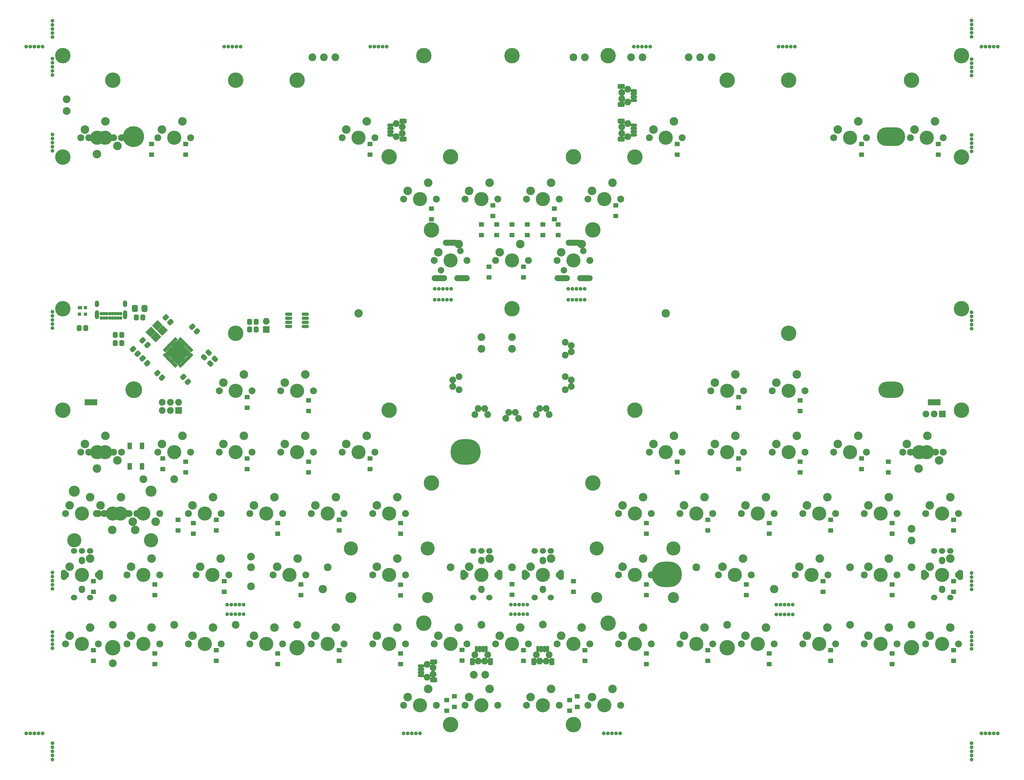
<source format=gbs>
G04 #@! TF.GenerationSoftware,KiCad,Pcbnew,(6.0.10-0)*
G04 #@! TF.CreationDate,2023-02-15T16:38:13+09:00*
G04 #@! TF.ProjectId,Sandy,53616e64-792e-46b6-9963-61645f706362,v.0*
G04 #@! TF.SameCoordinates,Original*
G04 #@! TF.FileFunction,Soldermask,Bot*
G04 #@! TF.FilePolarity,Negative*
%FSLAX46Y46*%
G04 Gerber Fmt 4.6, Leading zero omitted, Abs format (unit mm)*
G04 Created by KiCad (PCBNEW (6.0.10-0)) date 2023-02-15 16:38:13*
%MOMM*%
%LPD*%
G01*
G04 APERTURE LIST*
G04 Aperture macros list*
%AMRoundRect*
0 Rectangle with rounded corners*
0 $1 Rounding radius*
0 $2 $3 $4 $5 $6 $7 $8 $9 X,Y pos of 4 corners*
0 Add a 4 corners polygon primitive as box body*
4,1,4,$2,$3,$4,$5,$6,$7,$8,$9,$2,$3,0*
0 Add four circle primitives for the rounded corners*
1,1,$1+$1,$2,$3*
1,1,$1+$1,$4,$5*
1,1,$1+$1,$6,$7*
1,1,$1+$1,$8,$9*
0 Add four rect primitives between the rounded corners*
20,1,$1+$1,$2,$3,$4,$5,0*
20,1,$1+$1,$4,$5,$6,$7,0*
20,1,$1+$1,$6,$7,$8,$9,0*
20,1,$1+$1,$8,$9,$2,$3,0*%
G04 Aperture macros list end*
%ADD10C,1.187400*%
%ADD11C,6.496000*%
%ADD12O,5.600000X2.800000*%
%ADD13O,9.400000X7.900000*%
%ADD14O,8.781998X5.734000*%
%ADD15C,1.400000*%
%ADD16O,7.800000X5.000000*%
%ADD17C,5.200000*%
%ADD18C,2.150000*%
%ADD19C,4.387800*%
%ADD20C,2.650000*%
%ADD21C,3.448000*%
%ADD22O,1.900000X3.200000*%
%ADD23C,2.500000*%
%ADD24O,2.000000X2.300000*%
%ADD25O,2.000000X1.700000*%
%ADD26C,2.000000*%
%ADD27O,4.800000X1.850000*%
%ADD28O,2.100000X2.100000*%
%ADD29C,4.800000*%
%ADD30RoundRect,0.449999X-0.325001X-0.450001X0.325001X-0.450001X0.325001X0.450001X-0.325001X0.450001X0*%
%ADD31RoundRect,0.200000X-0.500000X-0.750000X0.500000X-0.750000X0.500000X0.750000X-0.500000X0.750000X0*%
%ADD32RoundRect,0.449999X0.325001X0.450001X-0.325001X0.450001X-0.325001X-0.450001X0.325001X-0.450001X0*%
%ADD33RoundRect,0.449999X0.548009X0.088388X0.088388X0.548009X-0.548009X-0.088388X-0.088388X-0.548009X0*%
%ADD34RoundRect,0.200000X-0.850000X-0.850000X0.850000X-0.850000X0.850000X0.850000X-0.850000X0.850000X0*%
%ADD35C,2.400000*%
%ADD36RoundRect,0.449999X-0.548009X-0.088388X-0.088388X-0.548009X0.548009X0.088388X0.088388X0.548009X0*%
%ADD37RoundRect,0.200000X0.106066X1.378858X-1.378858X-0.106066X-0.106066X-1.378858X1.378858X0.106066X0*%
%ADD38RoundRect,0.449999X0.088388X-0.548009X0.548009X-0.088388X-0.088388X0.548009X-0.548009X0.088388X0*%
%ADD39RoundRect,0.200000X0.850000X-0.850000X0.850000X0.850000X-0.850000X0.850000X-0.850000X-0.850000X0*%
%ADD40C,2.600000*%
%ADD41RoundRect,0.450001X0.462499X0.624999X-0.462499X0.624999X-0.462499X-0.624999X0.462499X-0.624999X0*%
%ADD42RoundRect,0.200000X-0.500000X0.350000X-0.500000X-0.350000X0.500000X-0.350000X0.500000X0.350000X0*%
%ADD43RoundRect,0.200000X-0.300000X0.350000X-0.300000X-0.350000X0.300000X-0.350000X0.300000X0.350000X0*%
%ADD44RoundRect,0.200000X-0.500000X0.850000X-0.500000X-0.850000X0.500000X-0.850000X0.500000X0.850000X0*%
%ADD45RoundRect,0.350000X0.725000X0.150000X-0.725000X0.150000X-0.725000X-0.150000X0.725000X-0.150000X0*%
%ADD46RoundRect,0.450000X-0.350000X-0.450000X0.350000X-0.450000X0.350000X0.450000X-0.350000X0.450000X0*%
%ADD47C,1.100000*%
%ADD48O,1.300000X2.800000*%
%ADD49O,1.300000X2.100000*%
%ADD50RoundRect,0.200000X-0.159099X-0.335876X0.335876X0.159099X0.159099X0.335876X-0.335876X-0.159099X0*%
%ADD51RoundRect,0.200000X-0.335876X0.159099X0.159099X-0.335876X0.335876X-0.159099X-0.159099X0.335876X0*%
%ADD52RoundRect,0.200000X0.000000X-0.910400X0.910400X0.000000X0.000000X0.910400X-0.910400X0.000000X0*%
%ADD53RoundRect,0.200000X0.600000X-0.450000X0.600000X0.450000X-0.600000X0.450000X-0.600000X-0.450000X0*%
%ADD54RoundRect,0.350000X0.150000X0.625000X-0.150000X0.625000X-0.150000X-0.625000X0.150000X-0.625000X0*%
%ADD55RoundRect,0.450000X0.350000X0.650000X-0.350000X0.650000X-0.350000X-0.650000X0.350000X-0.650000X0*%
%ADD56RoundRect,0.350000X-0.625000X0.150000X-0.625000X-0.150000X0.625000X-0.150000X0.625000X0.150000X0*%
%ADD57RoundRect,0.450000X-0.650000X0.350000X-0.650000X-0.350000X0.650000X-0.350000X0.650000X0.350000X0*%
%ADD58RoundRect,0.200000X-0.600000X0.450000X-0.600000X-0.450000X0.600000X-0.450000X0.600000X0.450000X0*%
%ADD59RoundRect,0.350000X0.625000X-0.150000X0.625000X0.150000X-0.625000X0.150000X-0.625000X-0.150000X0*%
%ADD60RoundRect,0.450000X0.650000X-0.350000X0.650000X0.350000X-0.650000X0.350000X-0.650000X-0.350000X0*%
G04 APERTURE END LIST*
D10*
X18396399Y-234562740D03*
X306408435Y-189821365D03*
X251632810Y-21350240D03*
X21422649Y-184590151D03*
X21422649Y-238838990D03*
X142470935Y-99931490D03*
D11*
X46585435Y-49244280D03*
D12*
X281458435Y-127831490D03*
D10*
X13316399Y-234562740D03*
X77227185Y-21350240D03*
X132861560Y-234562740D03*
X75647185Y-194529383D03*
X306408435Y-29007615D03*
X306408435Y-240108990D03*
X21422649Y-18333990D03*
X21422649Y-185860151D03*
X186444685Y-99931490D03*
X163584685Y-197571147D03*
X121206560Y-21350240D03*
X145010935Y-99931490D03*
X134131560Y-234562740D03*
X204232810Y-21350240D03*
X17136399Y-21350240D03*
X21422649Y-204338651D03*
X17126399Y-234562740D03*
X306408435Y-203219865D03*
X306408435Y-188551365D03*
X21422649Y-206878651D03*
X205502810Y-21350240D03*
X131591560Y-234562740D03*
X135401560Y-234562740D03*
X306408435Y-107588865D03*
X306408435Y-52581990D03*
X245848435Y-194531490D03*
X21422649Y-103627651D03*
X192343435Y-234562740D03*
X247118435Y-197573254D03*
X306408435Y-50041990D03*
X122476560Y-21350240D03*
X142470935Y-96496026D03*
X13326399Y-21350240D03*
D13*
X211909602Y-185186946D03*
D10*
X248388435Y-197573254D03*
X75647185Y-197571147D03*
X194883435Y-234562740D03*
X202962810Y-21350240D03*
X80727185Y-197571147D03*
X306408435Y-48771990D03*
X183904685Y-99931490D03*
X306408435Y-186011365D03*
X80727185Y-194529383D03*
X141200935Y-99931490D03*
X21422649Y-53700776D03*
X306405210Y-17053990D03*
X21422649Y-208148651D03*
X21422649Y-187130151D03*
X306408435Y-208299865D03*
X21422649Y-108707651D03*
X21422649Y-242648990D03*
X182634685Y-99931490D03*
X21422649Y-240108990D03*
X306405210Y-14513990D03*
X306408435Y-27737615D03*
X78187185Y-197571147D03*
X306408435Y-187281365D03*
X21422649Y-106167651D03*
X21422649Y-25046401D03*
X21422649Y-15793990D03*
X250928435Y-194531490D03*
X76917185Y-197571147D03*
X164854685Y-194529383D03*
X21422649Y-188400151D03*
X21422649Y-107437651D03*
X21422649Y-237568990D03*
X21422649Y-48620776D03*
X123746560Y-21350240D03*
X306408435Y-207029865D03*
X18406399Y-21350240D03*
X78187185Y-194529383D03*
X14586399Y-234562740D03*
X21422649Y-104897651D03*
X168664685Y-197571147D03*
X130321560Y-234562740D03*
X74687185Y-21350240D03*
X310684685Y-234562740D03*
X197423435Y-234562740D03*
X309414685Y-21350240D03*
X168664685Y-194529383D03*
X79457185Y-194529383D03*
X185174685Y-99931490D03*
D12*
X281458435Y-127831490D03*
D10*
X306408435Y-51311990D03*
X306408435Y-205759865D03*
X79457185Y-197571147D03*
D13*
X149558435Y-147131490D03*
D10*
X139930935Y-96496026D03*
X306408435Y-237568990D03*
X249092810Y-21350240D03*
X78497185Y-21350240D03*
X306408435Y-106318865D03*
X14596399Y-21350240D03*
X249658435Y-197573254D03*
X21422649Y-205608651D03*
X166124685Y-197571147D03*
X21422649Y-27586401D03*
X21422649Y-28856401D03*
X306408435Y-53851990D03*
X306408435Y-103778865D03*
X306408435Y-204489865D03*
X21422649Y-17063990D03*
X246552810Y-21350240D03*
X21422649Y-14523990D03*
X250362810Y-21350240D03*
X167394685Y-194529383D03*
X166124685Y-194529383D03*
X21422649Y-52430776D03*
X183904685Y-96496026D03*
X306408435Y-105048865D03*
X79767185Y-21350240D03*
X248388435Y-194531490D03*
X306405210Y-18323990D03*
X21422649Y-13253990D03*
X21422649Y-189670151D03*
X306405210Y-15783990D03*
X306408435Y-242648990D03*
X143740935Y-99931490D03*
X21422649Y-241378990D03*
X185174685Y-96496026D03*
X76917185Y-194529383D03*
X181364685Y-96496026D03*
X249658435Y-194531490D03*
X21422649Y-51160776D03*
X21422649Y-203068651D03*
X15866399Y-21350240D03*
X306408435Y-184741365D03*
X309414685Y-234562740D03*
X143740935Y-96496026D03*
X21422649Y-49890776D03*
X247822810Y-21350240D03*
X193613435Y-234562740D03*
X311954685Y-21350240D03*
X306405210Y-13243990D03*
X21422649Y-26316401D03*
X182634685Y-96496026D03*
X181364685Y-99931490D03*
X306408435Y-30277615D03*
X15856399Y-234562740D03*
X245848435Y-197573254D03*
X119936560Y-21350240D03*
X21422649Y-30126401D03*
X206772810Y-21350240D03*
X196153435Y-234562740D03*
X163584685Y-194529383D03*
X250928435Y-197573254D03*
X201692810Y-21350240D03*
X306408435Y-108858865D03*
X310684685Y-21350240D03*
X306408435Y-25197615D03*
D14*
X281408435Y-49251780D03*
D10*
X125016560Y-21350240D03*
X186444685Y-96496026D03*
X311954685Y-234562740D03*
X139930935Y-99931490D03*
X313224685Y-21350240D03*
X313224685Y-234562740D03*
X141200935Y-96496026D03*
X314494685Y-21350240D03*
X167394685Y-197571147D03*
X145010935Y-96496026D03*
X306408435Y-238838990D03*
X164854685Y-197571147D03*
X306408435Y-26467615D03*
X75957185Y-21350240D03*
X247118435Y-194531490D03*
X314494685Y-234562740D03*
X306408435Y-241378990D03*
D15*
X281458435Y-129581490D03*
X284108435Y-129081490D03*
X280058435Y-129581490D03*
X47858435Y-129181490D03*
X48508435Y-127831490D03*
D16*
X281458435Y-127831490D03*
D17*
X46608435Y-127831490D03*
D15*
X284108435Y-126581490D03*
X46608435Y-125931490D03*
X284608435Y-127831490D03*
X284608435Y-127831490D03*
X281458435Y-129581490D03*
X280058435Y-129581490D03*
X278808435Y-126581490D03*
X46608435Y-129731490D03*
X278808435Y-129081490D03*
X45258435Y-126481490D03*
X278808435Y-129081490D03*
X282858435Y-126081490D03*
X280058435Y-126081490D03*
X282858435Y-126081490D03*
X44708435Y-127831490D03*
X278308435Y-127831490D03*
X284108435Y-129081490D03*
X282858435Y-129581490D03*
X278808435Y-126581490D03*
X284108435Y-126581490D03*
X47858435Y-126481490D03*
X280058435Y-126081490D03*
X281458435Y-126081490D03*
X278308435Y-127831490D03*
X281458435Y-126081490D03*
X282858435Y-129581490D03*
X45258435Y-129131490D03*
D18*
X245214195Y-166306810D03*
D19*
X240134195Y-166306810D03*
D18*
X235054195Y-166306810D03*
D20*
X236324195Y-163766810D03*
X242674195Y-161226810D03*
D18*
X254104275Y-166306810D03*
D19*
X259184275Y-166306810D03*
D18*
X264264275Y-166306810D03*
D20*
X255374275Y-163766810D03*
X261724275Y-161226810D03*
D18*
X64238435Y-147256690D03*
X54078435Y-147256690D03*
D19*
X59158435Y-147256690D03*
D20*
X55348435Y-144716690D03*
X61698435Y-142176690D03*
D18*
X111863435Y-166306770D03*
X101703435Y-166306770D03*
D19*
X106783435Y-166306770D03*
D20*
X102973435Y-163766770D03*
X109323435Y-161226770D03*
D18*
X102338435Y-147256690D03*
D19*
X97258435Y-147256690D03*
D18*
X92178435Y-147256690D03*
D20*
X93448435Y-144716690D03*
X99798435Y-142176690D03*
D18*
X273154515Y-185356850D03*
X283314515Y-185356850D03*
D19*
X278234515Y-185356850D03*
D20*
X274424515Y-182816850D03*
X280774515Y-180276850D03*
D18*
X102338435Y-128206610D03*
X92178435Y-128206610D03*
D19*
X97258435Y-128206610D03*
D20*
X93448435Y-125666610D03*
X99798435Y-123126610D03*
D19*
X116308435Y-147256690D03*
D18*
X111228435Y-147256690D03*
X121388435Y-147256690D03*
D20*
X112498435Y-144716690D03*
X118848435Y-142176690D03*
D19*
X297284595Y-166306810D03*
D18*
X302364595Y-166306810D03*
X292204595Y-166306810D03*
D20*
X293474595Y-163766810D03*
X299824595Y-161226810D03*
D19*
X230609155Y-128206650D03*
D18*
X225529155Y-128206650D03*
X235689155Y-128206650D03*
D20*
X226799155Y-125666650D03*
X233149155Y-123126650D03*
D18*
X235689155Y-147256730D03*
D19*
X230609155Y-147256730D03*
D18*
X225529155Y-147256730D03*
D20*
X226799155Y-144716730D03*
X233149155Y-142176730D03*
D18*
X254739235Y-147256730D03*
D19*
X249659235Y-147256730D03*
D18*
X244579235Y-147256730D03*
D20*
X245849235Y-144716730D03*
X252199235Y-142176730D03*
D18*
X25503475Y-166306890D03*
X35663475Y-166306890D03*
D19*
X30583475Y-166306890D03*
D20*
X26773475Y-163766890D03*
X33123475Y-161226890D03*
D19*
X49633475Y-166306890D03*
D18*
X54713475Y-166306890D03*
X44553475Y-166306890D03*
D20*
X53443475Y-168846890D03*
X47093475Y-171386890D03*
D19*
X221084115Y-166306770D03*
D18*
X216004115Y-166306770D03*
X226164115Y-166306770D03*
D20*
X217274115Y-163766770D03*
X223624115Y-161226770D03*
D18*
X207114035Y-166306770D03*
D19*
X202034035Y-166306770D03*
D18*
X196954035Y-166306770D03*
D20*
X198224035Y-163766770D03*
X204574035Y-161226770D03*
D18*
X254739235Y-128206650D03*
D19*
X249659235Y-128206650D03*
D18*
X244579235Y-128206650D03*
D20*
X245849235Y-125666650D03*
X252199235Y-123126650D03*
D18*
X120753435Y-166306770D03*
X130913435Y-166306770D03*
D19*
X125833435Y-166306770D03*
D20*
X122023435Y-163766770D03*
X128373435Y-161226770D03*
D18*
X83288435Y-128206610D03*
X73128435Y-128206610D03*
D19*
X78208435Y-128206610D03*
D20*
X74398435Y-125666610D03*
X80748435Y-123126610D03*
D19*
X87733435Y-166306770D03*
D18*
X92813435Y-166306770D03*
X82653435Y-166306770D03*
D20*
X83923435Y-163766770D03*
X90273435Y-161226770D03*
D18*
X73763435Y-166306770D03*
D19*
X68683435Y-166306770D03*
D18*
X63603435Y-166306770D03*
D20*
X64873435Y-163766770D03*
X71223435Y-161226770D03*
D18*
X35663475Y-185356890D03*
X25503475Y-185356890D03*
D19*
X30583475Y-185356890D03*
D20*
X26773475Y-182816890D03*
X33123475Y-180276890D03*
D18*
X89797495Y-185356890D03*
X99957495Y-185356890D03*
D19*
X94877495Y-185356890D03*
D20*
X91067495Y-182816890D03*
X97417495Y-180276890D03*
D18*
X120753875Y-185356890D03*
D21*
X137740125Y-192341890D03*
D18*
X130913875Y-185356890D03*
D19*
X137740125Y-177101890D03*
X113927625Y-177101890D03*
D21*
X113927625Y-192341890D03*
D19*
X125833875Y-185356890D03*
D20*
X122023875Y-182816890D03*
X128373875Y-180276890D03*
D19*
X190127225Y-177101890D03*
D21*
X190127225Y-192341890D03*
D18*
X196953475Y-185356890D03*
X207113475Y-185356890D03*
D19*
X202033475Y-185356890D03*
D21*
X213939725Y-192341890D03*
D19*
X213939725Y-177101890D03*
D20*
X198223475Y-182816890D03*
X204573475Y-180276890D03*
D19*
X232989725Y-185356890D03*
D18*
X227909725Y-185356890D03*
X238069725Y-185356890D03*
D20*
X229179725Y-182816890D03*
X235529725Y-180276890D03*
D19*
X292521915Y-147256730D03*
D18*
X287441915Y-147256730D03*
X297601915Y-147256730D03*
D20*
X296331915Y-149796730D03*
X289981915Y-152336730D03*
D18*
X263628475Y-147256890D03*
X273788475Y-147256890D03*
D19*
X268708475Y-147256890D03*
D20*
X264898475Y-144716890D03*
X271248475Y-142176890D03*
D18*
X149328475Y-185356530D03*
X159488475Y-185356530D03*
D19*
X154408475Y-185356530D03*
D20*
X150598475Y-182816530D03*
X156948475Y-180276530D03*
D18*
X168378475Y-185356890D03*
X178538475Y-185356890D03*
D19*
X173458475Y-185356890D03*
D20*
X169648475Y-182816890D03*
X175998475Y-180276890D03*
D18*
X42807255Y-147256730D03*
D19*
X37727255Y-147256730D03*
D18*
X32647255Y-147256730D03*
D20*
X41537255Y-149796730D03*
X35187255Y-152336730D03*
D18*
X40425975Y-147256890D03*
X30265975Y-147256890D03*
D19*
X35345975Y-147256890D03*
D20*
X31535975Y-144716890D03*
X37885975Y-142176890D03*
D19*
X49633475Y-185356890D03*
D18*
X54713475Y-185356890D03*
X44553475Y-185356890D03*
D20*
X45823475Y-182816890D03*
X52173475Y-180276890D03*
D18*
X283314515Y-166306810D03*
D19*
X278234515Y-166306810D03*
D18*
X273154515Y-166306810D03*
D20*
X274424515Y-163766810D03*
X280774515Y-161226810D03*
D18*
X73128435Y-147256690D03*
D19*
X78208435Y-147256690D03*
D18*
X83288435Y-147256690D03*
D20*
X74398435Y-144716690D03*
X80748435Y-142176690D03*
D19*
X297284595Y-185356890D03*
D18*
X302364595Y-185356890D03*
X292204595Y-185356890D03*
D20*
X293474595Y-182816890D03*
X299824595Y-180276890D03*
D18*
X76144725Y-185356890D03*
D19*
X71064725Y-185356890D03*
D18*
X65984725Y-185356890D03*
D20*
X67254725Y-182816890D03*
X73604725Y-180276890D03*
D19*
X211559075Y-147256690D03*
D18*
X206479075Y-147256690D03*
X216639075Y-147256690D03*
D20*
X207749075Y-144716690D03*
X214099075Y-142176690D03*
D19*
X192508435Y-68675280D03*
D18*
X187428435Y-68675280D03*
X197588435Y-68675280D03*
D20*
X188698435Y-66135280D03*
X195048435Y-63595280D03*
D22*
X302884595Y-185356890D03*
D23*
X297284595Y-185356890D03*
D24*
X297284595Y-189856890D03*
D22*
X291684595Y-185356890D03*
D24*
X297284595Y-180856890D03*
D25*
X299784595Y-177856890D03*
X294784595Y-177856890D03*
X297284595Y-177856890D03*
X299784595Y-192356890D03*
X294784595Y-192356890D03*
D26*
X141883435Y-90725280D03*
D27*
X141383435Y-93250280D03*
X144883435Y-82200280D03*
D26*
X147883435Y-84725280D03*
D27*
X148383435Y-93250280D03*
D18*
X226163435Y-206787780D03*
D19*
X221083435Y-206787780D03*
D18*
X216003435Y-206787780D03*
D20*
X217273435Y-204247780D03*
X223623435Y-201707780D03*
D19*
X42489685Y-166306530D03*
D18*
X47569685Y-166306530D03*
X37409685Y-166306530D03*
D20*
X46299685Y-168846530D03*
X39949685Y-171386530D03*
D18*
X139803435Y-87725280D03*
D19*
X144883435Y-87725280D03*
D18*
X149963435Y-87725280D03*
D20*
X141073435Y-85185280D03*
X147423435Y-82645280D03*
D18*
X292203435Y-206787780D03*
D19*
X297283435Y-206787780D03*
D18*
X302363435Y-206787780D03*
D20*
X293473435Y-204247780D03*
X299823435Y-201707780D03*
D18*
X261882185Y-185356530D03*
X251722185Y-185356530D03*
D19*
X256802185Y-185356530D03*
D20*
X252992185Y-182816530D03*
X259342185Y-180276530D03*
D28*
X180402185Y-127825280D03*
X182302185Y-126825280D03*
X182302185Y-124825280D03*
X180402185Y-123825280D03*
D29*
X303236560Y-134159655D03*
D18*
X159488435Y-68675280D03*
D19*
X154408435Y-68675280D03*
D18*
X149328435Y-68675280D03*
D20*
X150598435Y-66135280D03*
X156948435Y-63595280D03*
D28*
X156408435Y-135550280D03*
X155408435Y-133650280D03*
X153408435Y-133650280D03*
X152408435Y-135550280D03*
D24*
X30583475Y-180856890D03*
D22*
X36183475Y-185356890D03*
X24983475Y-185356890D03*
D24*
X30583475Y-189856890D03*
D23*
X30583475Y-185356890D03*
D25*
X33083475Y-177856890D03*
X28083475Y-177856890D03*
X30583475Y-177856890D03*
X33083475Y-192356890D03*
X28083475Y-192356890D03*
D28*
X180402185Y-117109655D03*
X182302185Y-116109655D03*
X182302185Y-114109655D03*
X180402185Y-113109655D03*
D18*
X139803435Y-206787780D03*
X149963435Y-206787780D03*
D19*
X144883435Y-206787780D03*
D20*
X141073435Y-204247780D03*
X147423435Y-201707780D03*
D18*
X197588435Y-225837780D03*
X187428435Y-225837780D03*
D19*
X192508435Y-225837780D03*
D20*
X188698435Y-223297780D03*
X195048435Y-220757780D03*
D29*
X24634907Y-102714780D03*
X136549060Y-24133530D03*
D18*
X42807185Y-49625280D03*
D19*
X37727185Y-49625280D03*
D18*
X32647185Y-49625280D03*
D20*
X41537185Y-52165280D03*
X35187185Y-54705280D03*
D18*
X73763435Y-206787780D03*
X63603435Y-206787780D03*
D19*
X68683435Y-206787780D03*
D20*
X64873435Y-204247780D03*
X71223435Y-201707780D03*
D18*
X196953435Y-206787780D03*
X207113435Y-206787780D03*
D19*
X202033435Y-206787780D03*
D20*
X198223435Y-204247780D03*
X204573435Y-201707780D03*
D29*
X230608435Y-31765905D03*
D19*
X49633435Y-206787780D03*
D18*
X44553435Y-206787780D03*
X54713435Y-206787780D03*
D20*
X45823435Y-204247780D03*
X52173435Y-201707780D03*
D19*
X290139685Y-147256730D03*
D18*
X285059685Y-147256730D03*
X295219685Y-147256730D03*
D20*
X286329685Y-144716730D03*
X292679685Y-142176730D03*
D29*
X97258435Y-31765905D03*
X163933435Y-102714780D03*
D18*
X216638435Y-49625280D03*
X206478435Y-49625280D03*
D19*
X211558435Y-49625280D03*
D20*
X207748435Y-47085280D03*
X214098435Y-44545280D03*
D18*
X178538435Y-225837780D03*
D19*
X173458435Y-225837780D03*
D18*
X168378435Y-225837780D03*
D20*
X169648435Y-223297780D03*
X175998435Y-220757780D03*
D18*
X177903435Y-206787780D03*
D19*
X182983435Y-206787780D03*
D18*
X188063435Y-206787780D03*
D20*
X179173435Y-204247780D03*
X185523435Y-201707780D03*
D29*
X78208435Y-110347155D03*
D18*
X283313435Y-206787780D03*
D19*
X278233435Y-206787780D03*
D18*
X273153435Y-206787780D03*
D20*
X274423435Y-204247780D03*
X280773435Y-201707780D03*
D29*
X202033435Y-134206530D03*
D18*
X264263435Y-206787780D03*
X254103435Y-206787780D03*
D19*
X259183435Y-206787780D03*
D20*
X255373435Y-204247780D03*
X261723435Y-201707780D03*
D28*
X165933435Y-136740905D03*
X164933435Y-134840905D03*
X162933435Y-134840905D03*
X161933435Y-136740905D03*
D18*
X169013435Y-206787780D03*
X158853435Y-206787780D03*
D19*
X163933435Y-206787780D03*
D20*
X160123435Y-204247780D03*
X166473435Y-201707780D03*
D29*
X182983435Y-55578405D03*
D18*
X92813435Y-206787780D03*
X82653435Y-206787780D03*
D19*
X87733435Y-206787780D03*
D20*
X83923435Y-204247780D03*
X90273435Y-201707780D03*
D27*
X186483435Y-93250280D03*
D26*
X185983435Y-84725280D03*
X179983435Y-90725280D03*
D27*
X182983435Y-82200280D03*
X179483435Y-93250280D03*
D18*
X121388435Y-49625280D03*
D19*
X116308435Y-49625280D03*
D18*
X111228435Y-49625280D03*
D20*
X112498435Y-47085280D03*
X118848435Y-44545280D03*
D29*
X144883435Y-55578405D03*
D18*
X120753435Y-206787780D03*
X130913435Y-206787780D03*
D19*
X125833435Y-206787780D03*
D20*
X122023435Y-204247780D03*
X128373435Y-201707780D03*
D22*
X167858475Y-185356890D03*
D24*
X173458475Y-189856890D03*
D22*
X179058475Y-185356890D03*
D24*
X173458475Y-180856890D03*
D23*
X173458475Y-185356890D03*
D25*
X175958475Y-177856890D03*
X170958475Y-177856890D03*
X173458475Y-177856890D03*
X175958475Y-192356890D03*
X170958475Y-192356890D03*
D18*
X35028475Y-166306890D03*
D21*
X52014725Y-159321890D03*
D19*
X52014725Y-174561890D03*
X40108475Y-166306890D03*
X28202225Y-174561890D03*
D18*
X45188475Y-166306890D03*
D21*
X28202225Y-159321890D03*
D20*
X36298475Y-163766890D03*
X42648475Y-161226890D03*
D29*
X193699060Y-24133530D03*
D28*
X147464685Y-123825280D03*
X145564685Y-124825280D03*
X145564685Y-126825280D03*
X147464685Y-127825280D03*
X175458435Y-135550280D03*
X174458435Y-133650280D03*
X172458435Y-133650280D03*
X171458435Y-135550280D03*
D29*
X138930310Y-156781530D03*
D19*
X30583435Y-206787780D03*
D18*
X35663435Y-206787780D03*
X25503435Y-206787780D03*
D20*
X26773435Y-204247780D03*
X33123435Y-201707780D03*
D29*
X287758435Y-31765905D03*
X249658435Y-110347155D03*
X125833435Y-134159655D03*
D18*
X177903435Y-87725280D03*
X188063435Y-87725280D03*
D19*
X182983435Y-87725280D03*
D20*
X179173435Y-85185280D03*
X185523435Y-82645280D03*
D18*
X168378435Y-68675280D03*
D19*
X173458435Y-68675280D03*
D18*
X178538435Y-68675280D03*
D20*
X169648435Y-66135280D03*
X175998435Y-63595280D03*
D29*
X24630310Y-134159655D03*
D19*
X240133435Y-206787780D03*
D18*
X245213435Y-206787780D03*
X235053435Y-206787780D03*
D20*
X236323435Y-204247780D03*
X242673435Y-201707780D03*
D18*
X130278435Y-225837780D03*
D19*
X135358435Y-225837780D03*
D18*
X140438435Y-225837780D03*
D20*
X131548435Y-223297780D03*
X137898435Y-220757780D03*
D19*
X163933435Y-87725280D03*
D18*
X158853435Y-87725280D03*
X169013435Y-87725280D03*
D20*
X160123435Y-85185280D03*
X166473435Y-82645280D03*
D18*
X297600935Y-49625280D03*
D19*
X292520935Y-49625280D03*
D18*
X287440935Y-49625280D03*
D20*
X288710935Y-47085280D03*
X295060935Y-44545280D03*
D22*
X160008475Y-185356530D03*
D24*
X154408475Y-189856530D03*
X154408475Y-180856530D03*
D23*
X154408475Y-185356530D03*
D22*
X148808475Y-185356530D03*
D25*
X156908475Y-177856530D03*
X151908475Y-177856530D03*
X154408475Y-177856530D03*
X156908475Y-192356530D03*
X151908475Y-192356530D03*
D19*
X154408435Y-225837780D03*
D18*
X159488435Y-225837780D03*
X149328435Y-225837780D03*
D20*
X150598435Y-223297780D03*
X156948435Y-220757780D03*
D18*
X140438435Y-68700320D03*
X130278435Y-68700320D03*
D19*
X135358435Y-68700320D03*
D20*
X131548435Y-66160320D03*
X137898435Y-63620320D03*
D19*
X106783435Y-206787780D03*
D18*
X101703435Y-206787780D03*
X111863435Y-206787780D03*
D20*
X102973435Y-204247780D03*
X109323435Y-201707780D03*
D29*
X40108435Y-31765905D03*
D18*
X273788435Y-49625280D03*
D19*
X268708435Y-49625280D03*
D18*
X263628435Y-49625280D03*
D20*
X264898435Y-47085280D03*
X271248435Y-44545280D03*
D18*
X64238435Y-49625280D03*
X54078435Y-49625280D03*
D19*
X59158435Y-49625280D03*
D20*
X55348435Y-47085280D03*
X61698435Y-44545280D03*
D18*
X30265935Y-49625280D03*
D19*
X35345935Y-49625280D03*
D18*
X40425935Y-49625280D03*
D20*
X31535935Y-47085280D03*
X37885935Y-44545280D03*
D29*
X303236560Y-102714780D03*
X188936560Y-156781530D03*
D30*
X29685435Y-108680280D03*
X31735435Y-108680280D03*
D31*
X293495935Y-131778405D03*
X294795935Y-131778405D03*
X296095935Y-131778405D03*
D32*
X42911435Y-113347530D03*
X40861435Y-113347530D03*
D33*
X63455094Y-125359439D03*
X62005526Y-123909871D03*
D34*
X87733435Y-109156530D03*
D28*
X87733435Y-106616530D03*
D35*
X106783435Y-182975280D03*
X163914685Y-182975280D03*
X268708435Y-182975280D03*
X40108435Y-192500280D03*
X49633435Y-155590905D03*
X287758435Y-171069030D03*
X287758435Y-174640905D03*
D36*
X46421504Y-115247349D03*
X47871072Y-116696917D03*
D37*
X55535913Y-109484148D03*
X53485303Y-111534758D03*
X51858957Y-109908412D03*
X53909567Y-107857802D03*
D36*
X49400776Y-112543371D03*
X50850344Y-113992939D03*
X64783651Y-108304746D03*
X66233219Y-109754314D03*
D38*
X68424492Y-117749848D03*
X69874060Y-116300280D03*
D39*
X60492810Y-134244030D03*
D28*
X60492810Y-131704030D03*
X57952810Y-134244030D03*
X57952810Y-131704030D03*
X55412810Y-134244030D03*
X55412810Y-131704030D03*
D31*
X32045935Y-131778405D03*
X33345935Y-131778405D03*
X34645935Y-131778405D03*
D40*
X116308435Y-104181490D03*
X211558435Y-104181490D03*
D41*
X49930310Y-102584280D03*
X46955310Y-102584280D03*
D40*
X105258435Y-189781490D03*
D32*
X49467810Y-105378280D03*
X47417810Y-105378280D03*
D35*
X221083435Y-182975280D03*
X163933435Y-115109655D03*
D42*
X29960435Y-102394280D03*
D43*
X31660435Y-102394280D03*
X31660435Y-104394280D03*
X29760435Y-104394280D03*
D44*
X45358475Y-145301890D03*
X45358475Y-151601890D03*
X49158475Y-151601890D03*
X49158475Y-145301890D03*
D36*
X49326867Y-118152712D03*
X50776435Y-119602280D03*
D38*
X70371651Y-119692064D03*
X71821219Y-118242496D03*
D33*
X57994094Y-106849189D03*
X56544526Y-105399621D03*
D35*
X287758435Y-182975280D03*
X82970935Y-182975280D03*
X82970935Y-179641530D03*
D40*
X245158435Y-189781490D03*
D35*
X154408435Y-115109655D03*
X154408435Y-111537780D03*
X59158435Y-155581530D03*
D45*
X99833435Y-104401530D03*
X99833435Y-105671530D03*
X99833435Y-106941530D03*
X99833435Y-108211530D03*
X94683435Y-108211530D03*
X94683435Y-106941530D03*
X94683435Y-105671530D03*
X94683435Y-104401530D03*
D46*
X82542435Y-109156530D03*
X84542435Y-109156530D03*
X82542435Y-106743530D03*
X84542435Y-106743530D03*
D47*
X36608435Y-105571490D03*
X37458435Y-105571490D03*
X38308435Y-105571490D03*
X39158435Y-105571490D03*
X40008435Y-105571490D03*
X40858435Y-105571490D03*
X41708435Y-105571490D03*
X42558435Y-105571490D03*
X42558435Y-104221490D03*
X41708435Y-104221490D03*
X40858435Y-104221490D03*
X40008435Y-104221490D03*
X39158435Y-104221490D03*
X38308435Y-104221490D03*
X37458435Y-104221490D03*
X36608435Y-104221490D03*
D48*
X43908435Y-104591490D03*
D49*
X35258435Y-101211490D03*
D48*
X35258435Y-104591490D03*
D49*
X43908435Y-101211490D03*
D36*
X53898867Y-122692962D03*
X55348435Y-124142530D03*
D32*
X42911435Y-110807530D03*
X40861435Y-110807530D03*
D35*
X144883435Y-182975280D03*
X163933435Y-111537780D03*
D39*
X297320935Y-135350280D03*
D28*
X294780935Y-135350280D03*
X292240935Y-135350280D03*
D35*
X82970935Y-188928405D03*
D50*
X59712664Y-120472210D03*
X59359111Y-120118657D03*
X59005557Y-119765103D03*
X58652004Y-119411550D03*
X58298450Y-119057996D03*
X57944897Y-118704443D03*
X57591344Y-118350890D03*
X57237790Y-117997336D03*
X56884237Y-117643783D03*
X56530683Y-117290229D03*
X56177130Y-116936676D03*
D51*
X56177130Y-115663884D03*
X56530683Y-115310331D03*
X56884237Y-114956777D03*
X57237790Y-114603224D03*
X57591344Y-114249670D03*
X57944897Y-113896117D03*
X58298450Y-113542564D03*
X58652004Y-113189010D03*
X59005557Y-112835457D03*
X59359111Y-112481903D03*
X59712664Y-112128350D03*
D50*
X60985456Y-112128350D03*
X61339009Y-112481903D03*
X61692563Y-112835457D03*
X62046116Y-113189010D03*
X62399670Y-113542564D03*
X62753223Y-113896117D03*
X63106776Y-114249670D03*
X63460330Y-114603224D03*
X63813883Y-114956777D03*
X64167437Y-115310331D03*
X64520990Y-115663884D03*
D51*
X64520990Y-116936676D03*
X64167437Y-117290229D03*
X63813883Y-117643783D03*
X63460330Y-117997336D03*
X63106776Y-118350890D03*
X62753223Y-118704443D03*
X62399670Y-119057996D03*
X62046116Y-119411550D03*
X61692563Y-119765103D03*
X61339009Y-120118657D03*
X60985456Y-120472210D03*
D52*
X59438660Y-118121080D03*
X58528260Y-117210680D03*
X61259460Y-114479480D03*
X61259460Y-118121080D03*
X60349060Y-115389880D03*
X60349060Y-119031480D03*
X62169860Y-117210680D03*
X58528260Y-115389880D03*
X60349060Y-117210680D03*
X60349060Y-113569080D03*
X61259460Y-116300280D03*
X63080260Y-116300280D03*
X59438660Y-114479480D03*
X57617860Y-116300280D03*
X62169860Y-115389880D03*
X59438660Y-116300280D03*
D53*
X81780310Y-152478405D03*
X81780310Y-149178405D03*
X62730310Y-54847155D03*
X62730310Y-51547155D03*
X262755310Y-212009655D03*
X262755310Y-208709655D03*
D54*
X155908435Y-208359655D03*
D28*
X156408435Y-210159655D03*
X155408435Y-212059655D03*
D54*
X154908435Y-208359655D03*
D28*
X153408435Y-212059655D03*
D54*
X153908435Y-208359655D03*
X152908435Y-208359655D03*
D28*
X152408435Y-210159655D03*
D55*
X151608435Y-212234655D03*
X157208435Y-212234655D03*
D35*
X40108435Y-200844030D03*
D29*
X193699060Y-200346030D03*
D53*
X300855310Y-190578405D03*
X300855310Y-187278405D03*
X100830310Y-153528405D03*
X100830310Y-150228405D03*
X98449060Y-191628405D03*
X98449060Y-188328405D03*
X163933435Y-191528405D03*
X163933435Y-188228405D03*
D29*
X303236560Y-55587780D03*
D53*
X224655310Y-212009655D03*
X224655310Y-208709655D03*
D29*
X125833435Y-55578405D03*
D35*
X78208435Y-200844030D03*
D29*
X202033435Y-55625280D03*
D28*
X128014685Y-45244030D03*
D56*
X126214685Y-45744030D03*
X126214685Y-46744030D03*
D28*
X129914685Y-46244030D03*
D56*
X126214685Y-47744030D03*
D28*
X129914685Y-48244030D03*
X128014685Y-49244030D03*
D56*
X126214685Y-48744030D03*
D57*
X130089685Y-44444030D03*
X130089685Y-50044030D03*
D53*
X143692810Y-227487780D03*
X143692810Y-224187780D03*
X53205310Y-213059655D03*
X53205310Y-209759655D03*
X178220935Y-79850280D03*
X178220935Y-76550280D03*
X91305310Y-172578405D03*
X91305310Y-169278405D03*
D35*
X222274060Y-24622155D03*
D58*
X159170935Y-76550280D03*
X159170935Y-79850280D03*
D35*
X287758435Y-200844030D03*
D53*
X243705310Y-213063655D03*
X243705310Y-209763655D03*
X52158435Y-54847155D03*
X52158435Y-51547155D03*
D35*
X40108435Y-212740905D03*
D29*
X230608435Y-207978405D03*
D53*
X184174060Y-226297155D03*
X184174060Y-222997155D03*
D29*
X24630310Y-24133530D03*
D35*
X230608435Y-200834655D03*
D53*
X300855310Y-212009655D03*
X300855310Y-208709655D03*
D35*
X97258435Y-200844030D03*
D53*
X205605310Y-172578405D03*
X205605310Y-169278405D03*
D29*
X144883435Y-231790905D03*
D28*
X175458435Y-210159655D03*
D54*
X174958435Y-208359655D03*
D28*
X174458435Y-212059655D03*
D54*
X173958435Y-208359655D03*
X172958435Y-208359655D03*
D28*
X172458435Y-212059655D03*
X171458435Y-210159655D03*
D54*
X171958435Y-208359655D03*
D55*
X170658435Y-212234655D03*
X176258435Y-212234655D03*
D29*
X97258435Y-207978405D03*
D58*
X168695935Y-76550280D03*
X168695935Y-79850280D03*
D35*
X200842810Y-24622155D03*
D53*
X129405310Y-191678405D03*
X129405310Y-188378405D03*
X262755310Y-171528405D03*
X262755310Y-168228405D03*
X181792810Y-227487780D03*
X181792810Y-224187780D03*
X186555310Y-212009655D03*
X186555310Y-208709655D03*
D35*
X225845935Y-24622155D03*
D53*
X281805310Y-213059655D03*
X281805310Y-209759655D03*
X34155310Y-190578405D03*
X34155310Y-187278405D03*
D35*
X155599060Y-216312780D03*
D53*
X196080310Y-73897155D03*
X196080310Y-70597155D03*
X138930310Y-74897280D03*
X138930310Y-71597280D03*
X167505310Y-92947155D03*
X167505310Y-89647155D03*
X234180310Y-152478405D03*
X234180310Y-149178405D03*
X243705310Y-172578405D03*
X243705310Y-169278405D03*
X205605310Y-191624405D03*
X205605310Y-188324405D03*
X224655310Y-171528405D03*
X224655310Y-168228405D03*
D35*
X59158435Y-200834655D03*
D53*
X156789685Y-92947155D03*
X156789685Y-89647155D03*
X281805310Y-191628405D03*
X281805310Y-188328405D03*
D35*
X182983435Y-24622155D03*
D53*
X215130310Y-153528405D03*
X215130310Y-150228405D03*
X296092810Y-54847155D03*
X296092810Y-51547155D03*
X253230310Y-153528405D03*
X253230310Y-150228405D03*
D35*
X25820935Y-41290905D03*
D29*
X249658435Y-31765905D03*
X188936560Y-78200280D03*
D35*
X173458435Y-200787780D03*
D53*
X167505310Y-212009655D03*
X167505310Y-208709655D03*
X91305310Y-213059655D03*
X91305310Y-209759655D03*
D35*
X102020935Y-24622155D03*
D53*
X182983435Y-190578405D03*
X182983435Y-187278405D03*
X34155310Y-212009655D03*
X34155310Y-208709655D03*
D29*
X40108435Y-207978405D03*
D56*
X135739685Y-213622155D03*
D28*
X137539685Y-213122155D03*
X139439685Y-214122155D03*
D56*
X135739685Y-214622155D03*
D28*
X139439685Y-216122155D03*
D56*
X135739685Y-215622155D03*
D28*
X137539685Y-217122155D03*
D56*
X135739685Y-216622155D03*
D57*
X139614685Y-217922155D03*
X139614685Y-212322155D03*
D53*
X281805310Y-172578405D03*
X281805310Y-169278405D03*
X157980310Y-73897155D03*
X157980310Y-70597155D03*
D29*
X136549060Y-200346030D03*
D59*
X201652185Y-38028405D03*
D28*
X199852185Y-38528405D03*
X197952185Y-37528405D03*
D59*
X201652185Y-37028405D03*
X201652185Y-36028405D03*
D28*
X197952185Y-35528405D03*
D59*
X201652185Y-35028405D03*
D28*
X199852185Y-34528405D03*
D60*
X197777185Y-39328405D03*
X197777185Y-33728405D03*
D53*
X177030310Y-74901280D03*
X177030310Y-71601280D03*
D35*
X186555310Y-24622155D03*
D53*
X55586560Y-152478405D03*
X55586560Y-149178405D03*
X146074060Y-226297155D03*
X146074060Y-222997155D03*
X234180310Y-133428405D03*
X234180310Y-130128405D03*
X215130310Y-54847155D03*
X215130310Y-51547155D03*
D29*
X78208435Y-31765905D03*
D35*
X204414685Y-24622155D03*
D53*
X110355310Y-212009655D03*
X110355310Y-208709655D03*
X148455310Y-211909655D03*
X148455310Y-208609655D03*
X280614685Y-153528405D03*
X280614685Y-150228405D03*
D29*
X182983435Y-231790905D03*
X24630310Y-55587780D03*
D53*
X100830310Y-134478405D03*
X100830310Y-131178405D03*
X60349060Y-171528405D03*
X60349060Y-168228405D03*
D29*
X163933435Y-24133530D03*
D53*
X300855310Y-171528405D03*
X300855310Y-168228405D03*
X53205310Y-191628405D03*
X53205310Y-188328405D03*
X272280310Y-54847155D03*
X272280310Y-51547155D03*
D35*
X218702185Y-24622155D03*
D53*
X72255310Y-171528405D03*
X72255310Y-168228405D03*
X110355310Y-171528405D03*
X110355310Y-168228405D03*
X129405310Y-172578405D03*
X129405310Y-169278405D03*
D35*
X154408435Y-200844030D03*
D58*
X163933435Y-76550280D03*
X163933435Y-79850280D03*
D53*
X260374060Y-190578405D03*
X260374060Y-187278405D03*
X119880310Y-152478405D03*
X119880310Y-149178405D03*
D35*
X109164685Y-24622155D03*
D29*
X303236560Y-24133530D03*
D53*
X129405310Y-213063655D03*
X129405310Y-209763655D03*
D35*
X152027185Y-216312780D03*
D53*
X74636560Y-190578405D03*
X74636560Y-187278405D03*
D29*
X138930310Y-78200280D03*
D53*
X205605310Y-213063655D03*
X205605310Y-209763655D03*
D28*
X199852185Y-49244030D03*
D59*
X201652185Y-48744030D03*
X201652185Y-47744030D03*
D28*
X197952185Y-48244030D03*
D59*
X201652185Y-46744030D03*
D28*
X197952185Y-46244030D03*
D59*
X201652185Y-45744030D03*
D28*
X199852185Y-45244030D03*
D60*
X197777185Y-50044030D03*
X197777185Y-44444030D03*
D58*
X173458435Y-76550280D03*
X173458435Y-79850280D03*
D53*
X272280310Y-152478405D03*
X272280310Y-149178405D03*
D35*
X105592810Y-24622155D03*
X268708435Y-200834655D03*
D53*
X65111560Y-172578405D03*
X65111560Y-169278405D03*
D29*
X287758435Y-207978405D03*
D53*
X81780310Y-133428405D03*
X81780310Y-130128405D03*
X119880310Y-54847155D03*
X119880310Y-51547155D03*
X253230310Y-134478405D03*
X253230310Y-131178405D03*
X72255310Y-212009655D03*
X72255310Y-208709655D03*
D35*
X25820935Y-37719030D03*
D58*
X154408435Y-76550280D03*
X154408435Y-79850280D03*
D53*
X236561560Y-191628405D03*
X236561560Y-188328405D03*
X62730310Y-153528405D03*
X62730310Y-150228405D03*
M02*

</source>
